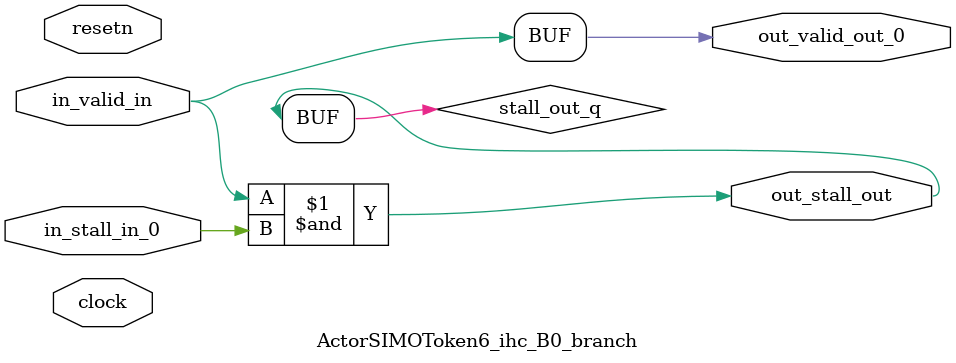
<source format=sv>



(* altera_attribute = "-name AUTO_SHIFT_REGISTER_RECOGNITION OFF; -name MESSAGE_DISABLE 10036; -name MESSAGE_DISABLE 10037; -name MESSAGE_DISABLE 14130; -name MESSAGE_DISABLE 14320; -name MESSAGE_DISABLE 15400; -name MESSAGE_DISABLE 14130; -name MESSAGE_DISABLE 10036; -name MESSAGE_DISABLE 12020; -name MESSAGE_DISABLE 12030; -name MESSAGE_DISABLE 12010; -name MESSAGE_DISABLE 12110; -name MESSAGE_DISABLE 14320; -name MESSAGE_DISABLE 13410; -name MESSAGE_DISABLE 113007; -name MESSAGE_DISABLE 10958" *)
module ActorSIMOToken6_ihc_B0_branch (
    input wire [0:0] in_stall_in_0,
    input wire [0:0] in_valid_in,
    output wire [0:0] out_stall_out,
    output wire [0:0] out_valid_out_0,
    input wire clock,
    input wire resetn
    );

    wire [0:0] stall_out_q;


    // stall_out(LOGICAL,6)
    assign stall_out_q = in_valid_in & in_stall_in_0;

    // out_stall_out(GPOUT,4)
    assign out_stall_out = stall_out_q;

    // out_valid_out_0(GPOUT,5)
    assign out_valid_out_0 = in_valid_in;

endmodule

</source>
